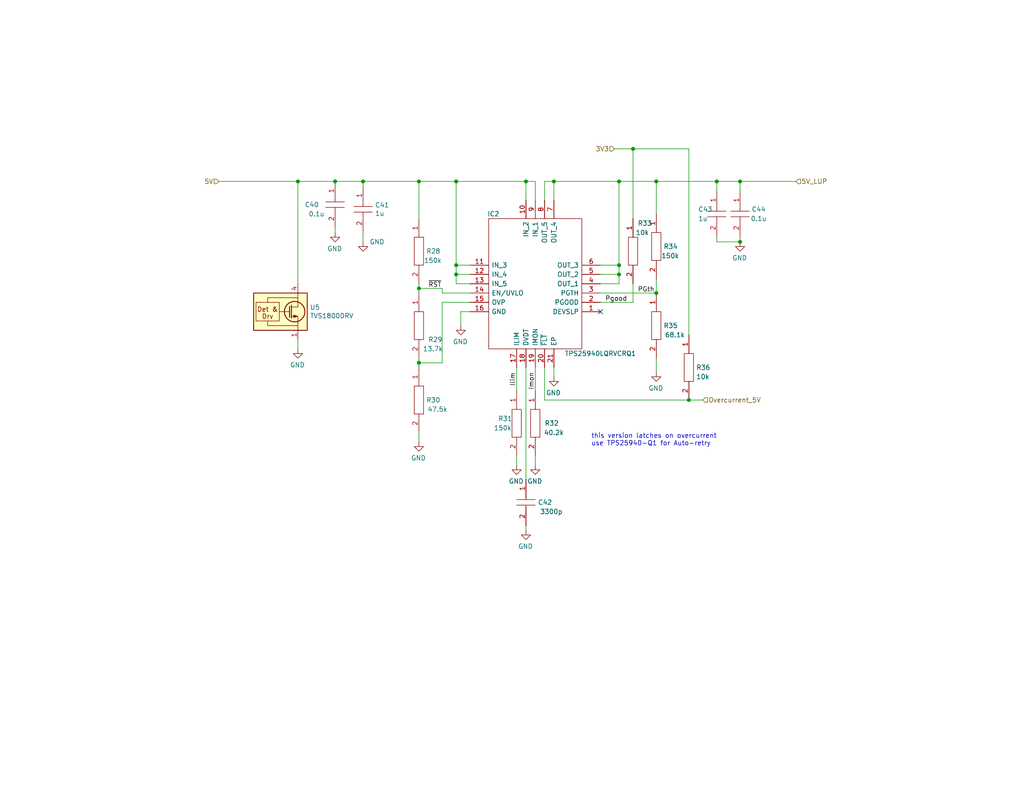
<source format=kicad_sch>
(kicad_sch (version 20211123) (generator eeschema)
  (paper "A")
  (lib_symbols
    (symbol "Power_Protection:TVS1800DRV" (pin_names (offset 0) hide)
      (property "Reference" "U" (at 2.54 1.27 0))
      (property "Value" "TVS1800DRV" (at 2.54 -1.27 0))
      (symbol "TVS1800DRV_0_0"
        (rectangle (start -11.43 2.54) (end -5.08 -2.54))
        (polyline (pts (xy 0 1.27) (xy -1.778 1.27)))
        (polyline (pts (xy -8.255 -2.54) (xy -8.255 -3.81) (xy 0 -3.81)))
        (polyline (pts (xy -8.255 2.54) (xy -8.255 3.81) (xy 0 3.81)))
        (text "Det &" (at -8.255 0.635 0) (effects (font (size 1.27 1.27))))
        (text "Drv" (at -8.255 -1.27 0) (effects (font (size 1.27 1.27))))
      )
      (symbol "TVS1800DRV_0_1"
        (rectangle (start -12.065 5.08) (end 2.54 -5.08) (stroke (width 0.254)) (fill (type background)))
        (circle (center -0.889 0) (radius 2.794) (stroke (width 0.254)))
        (polyline (pts (xy -2.286 0) (xy -5.08 0)))
        (polyline (pts (xy -2.286 1.397) (xy -2.286 -1.524)) (stroke (width 0.254)))
        (polyline (pts (xy -1.778 1.778) (xy -1.778 -1.778)) (stroke (width 0.254)))
        (polyline (pts (xy 0 -2.54) (xy 0 -5.08)))
        (polyline (pts (xy 0 2.54) (xy 0 1.27)))
        (polyline (pts (xy 0 5.08) (xy 0 2.54)))
        (polyline (pts (xy 0 -2.54) (xy 0 -1.27) (xy -1.778 -1.27)))
        (polyline (pts (xy -0.127 -1.27) (xy -1.143 -1.651) (xy -1.143 -0.889) (xy -0.127 -1.27)) (fill (type outline)))
      )
      (symbol "TVS1800DRV_1_1"
        (pin power_in line (at 0 -7.62 90) (length 2.54) (name "GND") (number "1"))
        (pin power_in line (at 0 -7.62 90) (length 2.54) hide (name "GND") (number "2"))
        (pin power_in line (at 0 -7.62 90) (length 2.54) hide (name "GND") (number "3"))
        (pin passive line (at 0 7.62 270) (length 2.54) (name "IN") (number "4"))
        (pin passive line (at 0 7.62 270) (length 2.54) hide (name "IN") (number "5"))
        (pin passive line (at 0 7.62 270) (length 2.54) hide (name "IN") (number "6"))
        (pin power_in line (at 0 -7.62 90) (length 2.54) hide (name "GND") (number "7"))
      )
    )
    (symbol "eFuse_alt_prototype-rescue:06031C104K4Z2A-SamacSys_Parts2" (pin_names (offset 0.762))
      (property "Reference" "C" (at 8.89 6.35 0))
      (property "Value" "06031C104K4Z2A-SamacSys_Parts2" (at 8.89 3.81 0))
      (symbol "06031C104K4Z2A-SamacSys_Parts2_0_0"
        (pin passive line (at 0 0 0) (length 5.08) (name "~") (number "1"))
        (pin passive line (at 12.7 0 180) (length 5.08) (name "~") (number "2"))
      )
      (symbol "06031C104K4Z2A-SamacSys_Parts2_0_1"
        (polyline (pts (xy 5.08 0) (xy 5.588 0)) (stroke (width 0.1524)))
        (polyline (pts (xy 5.588 2.54) (xy 5.588 -2.54)) (stroke (width 0.1524)))
        (polyline (pts (xy 7.112 0) (xy 7.62 0)) (stroke (width 0.1524)))
        (polyline (pts (xy 7.112 2.54) (xy 7.112 -2.54)) (stroke (width 0.1524)))
      )
    )
    (symbol "eFuse_alt_prototype-rescue:08053C105K4Z2A-SamacSys_Parts2" (pin_names (offset 0.762))
      (property "Reference" "C" (at 8.89 6.35 0))
      (property "Value" "08053C105K4Z2A-SamacSys_Parts2" (at 8.89 3.81 0))
      (symbol "08053C105K4Z2A-SamacSys_Parts2_0_0"
        (pin passive line (at 0 0 0) (length 5.08) (name "~") (number "1"))
        (pin passive line (at 12.7 0 180) (length 5.08) (name "~") (number "2"))
      )
      (symbol "08053C105K4Z2A-SamacSys_Parts2_0_1"
        (polyline (pts (xy 5.08 0) (xy 5.588 0)) (stroke (width 0.1524)))
        (polyline (pts (xy 5.588 2.54) (xy 5.588 -2.54)) (stroke (width 0.1524)))
        (polyline (pts (xy 7.112 0) (xy 7.62 0)) (stroke (width 0.1524)))
        (polyline (pts (xy 7.112 2.54) (xy 7.112 -2.54)) (stroke (width 0.1524)))
      )
    )
    (symbol "eFuse_alt_prototype-rescue:CRCW04021M00FKED-SamacSys_Parts2" (pin_names (offset 0.762))
      (property "Reference" "R" (at 13.97 6.35 0))
      (property "Value" "CRCW04021M00FKED-SamacSys_Parts2" (at 13.97 3.81 0))
      (symbol "CRCW04021M00FKED-SamacSys_Parts2_0_0"
        (pin passive line (at 0 0 0) (length 5.08) (name "~") (number "1"))
        (pin passive line (at 17.78 0 180) (length 5.08) (name "~") (number "2"))
      )
      (symbol "CRCW04021M00FKED-SamacSys_Parts2_0_1"
        (polyline (pts (xy 5.08 1.27) (xy 12.7 1.27) (xy 12.7 -1.27) (xy 5.08 -1.27) (xy 5.08 1.27)) (stroke (width 0.1524)))
      )
    )
    (symbol "eFuse_alt_prototype-rescue:GRM188R71H104KA93D-SamacSys_Parts2" (pin_names (offset 0.762))
      (property "Reference" "C" (at 8.89 6.35 0))
      (property "Value" "GRM188R71H104KA93D-SamacSys_Parts2" (at 8.89 3.81 0))
      (symbol "GRM188R71H104KA93D-SamacSys_Parts2_0_0"
        (pin passive line (at 0 0 0) (length 5.08) (name "~") (number "1"))
        (pin passive line (at 12.7 0 180) (length 5.08) (name "~") (number "2"))
      )
      (symbol "GRM188R71H104KA93D-SamacSys_Parts2_0_1"
        (polyline (pts (xy 5.08 0) (xy 5.588 0)) (stroke (width 0.1524)))
        (polyline (pts (xy 5.588 2.54) (xy 5.588 -2.54)) (stroke (width 0.1524)))
        (polyline (pts (xy 7.112 0) (xy 7.62 0)) (stroke (width 0.1524)))
        (polyline (pts (xy 7.112 2.54) (xy 7.112 -2.54)) (stroke (width 0.1524)))
      )
    )
    (symbol "eFuse_alt_prototype-rescue:TPS25940LQRVCRQ1-SamacSys_Parts2" (pin_names (offset 0.762))
      (property "Reference" "IC" (at 31.75 15.24 0))
      (property "Value" "TPS25940LQRVCRQ1-SamacSys_Parts2" (at 31.75 12.7 0))
      (symbol "TPS25940LQRVCRQ1-SamacSys_Parts2_0_0"
        (pin input line (at 0 0 0) (length 5.08) (name "DEVSLP") (number "1"))
        (pin input line (at 20.32 -30.48 90) (length 5.08) (name "IN_2") (number "10"))
        (pin input line (at 35.56 -12.7 180) (length 5.08) (name "IN_3") (number "11"))
        (pin input line (at 35.56 -10.16 180) (length 5.08) (name "IN_4") (number "12"))
        (pin input line (at 35.56 -7.62 180) (length 5.08) (name "IN_5") (number "13"))
        (pin input line (at 35.56 -5.08 180) (length 5.08) (name "EN/UVLO") (number "14"))
        (pin input line (at 35.56 -2.54 180) (length 5.08) (name "OVP") (number "15"))
        (pin power_in line (at 35.56 0 180) (length 5.08) (name "GND") (number "16"))
        (pin bidirectional line (at 22.86 15.24 270) (length 5.08) (name "ILIM") (number "17"))
        (pin bidirectional line (at 20.32 15.24 270) (length 5.08) (name "DVDT") (number "18"))
        (pin output line (at 17.78 15.24 270) (length 5.08) (name "IMON") (number "19"))
        (pin output line (at 0 -2.54 0) (length 5.08) (name "PGOOD") (number "2"))
        (pin output line (at 15.24 15.24 270) (length 5.08) (name "~{FLT}") (number "20"))
        (pin power_in line (at 12.7 15.24 270) (length 5.08) (name "EP") (number "21"))
        (pin input line (at 0 -5.08 0) (length 5.08) (name "PGTH") (number "3"))
        (pin output line (at 0 -7.62 0) (length 5.08) (name "OUT_1") (number "4"))
        (pin output line (at 0 -10.16 0) (length 5.08) (name "OUT_2") (number "5"))
        (pin output line (at 0 -12.7 0) (length 5.08) (name "OUT_3") (number "6"))
        (pin output line (at 12.7 -30.48 90) (length 5.08) (name "OUT_4") (number "7"))
        (pin output line (at 15.24 -30.48 90) (length 5.08) (name "OUT_5") (number "8"))
        (pin input line (at 17.78 -30.48 90) (length 5.08) (name "IN_1") (number "9"))
      )
      (symbol "TPS25940LQRVCRQ1-SamacSys_Parts2_0_1"
        (polyline (pts (xy 5.08 10.16) (xy 30.48 10.16) (xy 30.48 -25.4) (xy 5.08 -25.4) (xy 5.08 10.16)) (stroke (width 0.1524)))
      )
    )
    (symbol "power:GND" (power) (pin_names (offset 0))
      (property "Value" "GND" (at 0 -3.81 0))
      (symbol "GND_0_1"
        (polyline (pts (xy 0 0) (xy 0 -1.27) (xy 1.27 -1.27) (xy 0 -2.54) (xy -1.27 -1.27) (xy 0 -1.27)))
      )
      (symbol "GND_1_1"
        (pin power_in line (at 0 0 270) (length 0) hide (name "GND") (number "1"))
      )
    )
  )
  (junction (at 114.3 99.06))
  (junction (at 114.3 78.74))
  (junction (at 124.46 74.93))
  (junction (at 187.96 109.22))
  (junction (at 124.46 49.53))
  (junction (at 99.06 49.53))
  (junction (at 179.07 80.01))
  (junction (at 168.91 49.53))
  (junction (at 114.3 49.53))
  (junction (at 143.51 49.53))
  (junction (at 201.93 49.53))
  (junction (at 179.07 49.53))
  (junction (at 124.46 72.39))
  (junction (at 168.91 74.93))
  (junction (at 151.13 49.53))
  (junction (at 195.58 49.53))
  (junction (at 91.44 49.53))
  (junction (at 172.72 40.64))
  (junction (at 201.93 66.04))
  (junction (at 81.28 49.53))
  (junction (at 168.91 72.39))
  (no_connect (at 163.83 85.09))
  (wire (pts (xy 151.13 49.53) (xy 168.91 49.53)))
  (wire (pts (xy 148.59 54.61) (xy 148.59 49.53)))
  (wire (pts (xy 195.58 52.07) (xy 195.58 49.53)))
  (wire (pts (xy 201.93 52.07) (xy 201.93 49.53)))
  (wire (pts (xy 124.46 77.47) (xy 128.27 77.47)))
  (wire (pts (xy 143.51 144.78) (xy 143.51 143.51)))
  (wire (pts (xy 114.3 120.65) (xy 114.3 118.11)))
  (wire (pts (xy 140.97 127) (xy 140.97 124.46)))
  (wire (pts (xy 172.72 82.55) (xy 172.72 77.47)))
  (wire (pts (xy 128.27 72.39) (xy 124.46 72.39)))
  (wire (pts (xy 114.3 78.74) (xy 114.3 77.47)))
  (wire (pts (xy 143.51 54.61) (xy 143.51 49.53)))
  (wire (pts (xy 172.72 40.64) (xy 172.72 59.69)))
  (wire (pts (xy 168.91 74.93) (xy 168.91 77.47)))
  (wire (pts (xy 114.3 78.74) (xy 120.65 78.74)))
  (wire (pts (xy 81.28 77.47) (xy 81.28 49.53)))
  (wire (pts (xy 146.05 54.61) (xy 146.05 49.53)))
  (wire (pts (xy 128.27 85.09) (xy 125.73 85.09)))
  (wire (pts (xy 99.06 49.53) (xy 114.3 49.53)))
  (wire (pts (xy 195.58 49.53) (xy 201.93 49.53)))
  (wire (pts (xy 143.51 100.33) (xy 143.51 130.81)))
  (wire (pts (xy 120.65 82.55) (xy 128.27 82.55)))
  (wire (pts (xy 81.28 49.53) (xy 91.44 49.53)))
  (wire (pts (xy 59.69 49.53) (xy 81.28 49.53)))
  (wire (pts (xy 114.3 99.06) (xy 114.3 97.79)))
  (wire (pts (xy 124.46 72.39) (xy 124.46 74.93)))
  (wire (pts (xy 187.96 40.64) (xy 187.96 91.44)))
  (wire (pts (xy 151.13 100.33) (xy 151.13 102.87)))
  (wire (pts (xy 114.3 99.06) (xy 120.65 99.06)))
  (wire (pts (xy 114.3 100.33) (xy 114.3 99.06)))
  (wire (pts (xy 81.28 95.25) (xy 81.28 92.71)))
  (wire (pts (xy 146.05 49.53) (xy 143.51 49.53)))
  (wire (pts (xy 172.72 40.64) (xy 187.96 40.64)))
  (wire (pts (xy 179.07 76.2) (xy 179.07 80.01)))
  (wire (pts (xy 124.46 72.39) (xy 124.46 49.53)))
  (wire (pts (xy 143.51 49.53) (xy 124.46 49.53)))
  (wire (pts (xy 195.58 66.04) (xy 201.93 66.04)))
  (wire (pts (xy 148.59 49.53) (xy 151.13 49.53)))
  (wire (pts (xy 124.46 49.53) (xy 114.3 49.53)))
  (wire (pts (xy 163.83 74.93) (xy 168.91 74.93)))
  (wire (pts (xy 120.65 78.74) (xy 120.65 80.01)))
  (wire (pts (xy 114.3 80.01) (xy 114.3 78.74)))
  (wire (pts (xy 99.06 66.04) (xy 99.06 63.5)))
  (wire (pts (xy 201.93 49.53) (xy 217.17 49.53)))
  (wire (pts (xy 146.05 127) (xy 146.05 124.46)))
  (wire (pts (xy 168.91 72.39) (xy 168.91 49.53)))
  (wire (pts (xy 124.46 74.93) (xy 124.46 77.47)))
  (wire (pts (xy 120.65 99.06) (xy 120.65 82.55)))
  (wire (pts (xy 140.97 100.33) (xy 140.97 106.68)))
  (wire (pts (xy 120.65 80.01) (xy 128.27 80.01)))
  (wire (pts (xy 167.64 40.64) (xy 172.72 40.64)))
  (wire (pts (xy 128.27 74.93) (xy 124.46 74.93)))
  (wire (pts (xy 195.58 66.04) (xy 195.58 64.77)))
  (wire (pts (xy 148.59 109.22) (xy 187.96 109.22)))
  (wire (pts (xy 114.3 59.69) (xy 114.3 49.53)))
  (wire (pts (xy 179.07 101.6) (xy 179.07 97.79)))
  (wire (pts (xy 179.07 49.53) (xy 195.58 49.53)))
  (wire (pts (xy 99.06 50.8) (xy 99.06 49.53)))
  (wire (pts (xy 163.83 82.55) (xy 172.72 82.55)))
  (wire (pts (xy 187.96 109.22) (xy 191.77 109.22)))
  (wire (pts (xy 125.73 85.09) (xy 125.73 88.9)))
  (wire (pts (xy 163.83 80.01) (xy 179.07 80.01)))
  (wire (pts (xy 168.91 72.39) (xy 168.91 74.93)))
  (wire (pts (xy 91.44 49.53) (xy 99.06 49.53)))
  (wire (pts (xy 146.05 100.33) (xy 146.05 106.68)))
  (wire (pts (xy 179.07 58.42) (xy 179.07 49.53)))
  (wire (pts (xy 148.59 100.33) (xy 148.59 109.22)))
  (wire (pts (xy 163.83 72.39) (xy 168.91 72.39)))
  (wire (pts (xy 201.93 66.04) (xy 201.93 64.77)))
  (wire (pts (xy 151.13 54.61) (xy 151.13 49.53)))
  (wire (pts (xy 168.91 49.53) (xy 179.07 49.53)))
  (wire (pts (xy 163.83 77.47) (xy 168.91 77.47)))
  (wire (pts (xy 91.44 63.5) (xy 91.44 62.23)))
  (text "this version latches on overcurrent\nuse TPS25940-Q1 for Auto-retry" (at 161.29 121.92 0) (effects (font (size 1.27 1.27)) (justify left bottom)))
  (label "Pgood" (at 165.1 82.55 0))
  (label "~{RST}" (at 116.84 78.74 0))
  (label "PGth" (at 173.99 80.01 0))
  (label "Imon" (at 146.05 101.6 270))
  (label "Ilim" (at 140.97 105.41 90))
  (hierarchical_label "Overcurrent_5V" (shape input) (at 191.77 109.22 0))
  (hierarchical_label "3V3" (shape input) (at 167.64 40.64 180))
  (hierarchical_label "5V_LUP" (shape input) (at 217.17 49.53 0))
  (hierarchical_label "5V" (shape input) (at 59.69 49.53 180))
  (symbol (lib_id "power:GND") (at 114.3 120.65 0) (mirror y) (unit 1)
    (property "Reference" "#PWR064" (effects hide))
    (property "Value" "GND" (at 114.173 125.0442 0))
  )
  (symbol (lib_id "power:GND") (at 143.51 144.78 0) (mirror y) (unit 1)
    (property "Reference" "#PWR067" (effects hide))
    (property "Value" "GND" (at 143.383 149.1742 0))
  )
  (symbol (lib_id "eFuse_alt_prototype-rescue:CRCW04021M00FKED-SamacSys_Parts2") (at 172.72 59.69 90) (mirror x) (unit 1)
    (property "Reference" "R33" (at 173.99 60.96 90) (effects (justify right)))
    (property "Value" "10k" (at 175.26 63.5 90))
    (property "Datasheet" "http://www.vishay.com/docs/20035/dcrcwe3.pdf" (effects hide))
    (property "Description" "CRCW0402 Resistor T/R 0.063W,1%,1M Vishay CRCW Series Thick Film Surface Mount Resistor 0402 Case 1M?? ??1% 0.063W ??100ppm/??C" (effects hide))
    (property "Height" "0.4" (effects hide))
    (property "Manufacturer_Name" "Vishay" (effects hide))
    (property "Manufacturer_Part_Number" "CRCW040210K0DHEDP" (effects hide))
    (property "MPN" "CRCW040210K0DHEDP" (effects hide))
    (property "Manufacturer" "Vishay" (effects hide))
    (property "Part_Number" "CRCW040210K0DHEDP" (effects hide))
  )
  (symbol (lib_id "eFuse_alt_prototype-rescue:TPS25940LQRVCRQ1-SamacSys_Parts2") (at 163.83 85.09 180) (unit 1)
    (property "Reference" "IC2" (at 134.62 58.42 0))
    (property "Value" "TPS25940LQRVCRQ1" (at 163.83 96.52 0))
    (property "Datasheet" "http://www.ti.com/lit/gpn/tps25940-q1" (effects hide))
    (property "Description" "2.7V-18V Automotive Current-Limited Load Switch with Current Sense & Short-to-Battery Protection" (effects hide))
    (property "Height" "0.8" (effects hide))
    (property "Manufacturer_Name" "Texas Instruments" (effects hide))
    (property "Manufacturer_Part_Number" "TPS25940LQRVCRQ1" (effects hide))
    (property "Mouser Part Number" "595-TPS25940LQRVCRQ1" (effects hide))
    (property "Mouser Price/Stock" "https://www.mouser.co.uk/ProductDetail/Texas-Instruments/TPS25940LQRVCRQ1?qs=gTYE2QTfZfTg52QqB4aM7Q%3D%3D" (effects hide))
    (property "Arrow Part Number" "TPS25940LQRVCRQ1" (effects hide))
    (property "Arrow Price/Stock" "https://www.arrow.com/en/products/tps25940lqrvcrq1/texas-instruments" (effects hide))
    (property "MPN" "TPS25940LQRVCRQ1" (effects hide))
    (property "Manufacturer" "Texas Instruments" (effects hide))
    (property "Part_Number" "TPS25940LQRVCRQ1" (effects hide))
  )
  (symbol (lib_id "power:GND") (at 146.05 127 0) (mirror y) (unit 1)
    (property "Reference" "#PWR068" (effects hide))
    (property "Value" "GND" (at 145.923 131.3942 0))
  )
  (symbol (lib_id "power:GND") (at 99.06 66.04 0) (mirror y) (unit 1)
    (property "Reference" "#PWR063" (effects hide))
    (property "Value" "GND" (at 102.87 66.04 0))
  )
  (symbol (lib_id "power:GND") (at 91.44 63.5 0) (mirror y) (unit 1)
    (property "Reference" "#PWR062" (effects hide))
    (property "Value" "GND" (at 91.313 67.8942 0))
  )
  (symbol (lib_id "power:GND") (at 125.73 88.9 0) (mirror y) (unit 1)
    (property "Reference" "#PWR065" (effects hide))
    (property "Value" "GND" (at 125.603 93.2942 0))
  )
  (symbol (lib_id "power:GND") (at 179.07 101.6 0) (mirror y) (unit 1)
    (property "Reference" "#PWR070" (effects hide))
    (property "Value" "GND" (at 178.943 105.9942 0))
  )
  (symbol (lib_id "eFuse_alt_prototype-rescue:CRCW04021M00FKED-SamacSys_Parts2") (at 179.07 58.42 90) (mirror x) (unit 1)
    (property "Reference" "R34" (at 181.0512 67.31 90) (effects (justify right)))
    (property "Value" "150k" (at 182.88 69.85 90))
    (property "Datasheet" "http://www.vishay.com/docs/20035/dcrcwe3.pdf" (effects hide))
    (property "Description" "CRCW0402 Resistor T/R 0.063W,1%,1M Vishay CRCW Series Thick Film Surface Mount Resistor 0402 Case 1M?? ??1% 0.063W ??100ppm/??C" (effects hide))
    (property "Height" "0.4" (effects hide))
    (property "Manufacturer_Name" "Vishay" (effects hide))
    (property "Manufacturer_Part_Number" "CRCW0402150KFKTD" (effects hide))
    (property "MPN" "CRCW0402150KFKTD" (effects hide))
    (property "Manufacturer" "Vishay" (effects hide))
    (property "Part_Number" "CRCW0402150KFKTD" (effects hide))
  )
  (symbol (lib_id "eFuse_alt_prototype-rescue:GRM188R71H104KA93D-SamacSys_Parts2") (at 143.51 130.81 270) (unit 1)
    (property "Reference" "C42" (at 146.7612 137.16 90) (effects (justify left)))
    (property "Value" "3300p" (at 147.32 139.7 90) (effects (justify left)))
    (property "Description" "Ceramic  SMT capacitor 100nF 50Vdc Murata 0603 GRM 100nF Ceramic Multilayer Capacitor, 50 V dc, +125?C, X7R Dielectric, ?10%" (effects hide))
    (property "Height" "0.9" (effects hide))
    (property "Manufacturer_Name" "AVX" (effects hide))
    (property "Manufacturer_Part_Number" "06031C332J4Z2A" (effects hide))
    (property "MPN" "06031C332J4Z2A" (effects hide))
    (property "Manufacturer" "AVX" (effects hide))
    (property "Part_Number" "06031C332J4Z2A" (effects hide))
  )
  (symbol (lib_id "eFuse_alt_prototype-rescue:06031C104K4Z2A-SamacSys_Parts2") (at 91.44 49.53 270) (unit 1)
    (property "Reference" "C40" (at 85.09 55.88 90))
    (property "Value" "0.1u" (at 86.36 58.42 90))
    (property "Footprint" "Capacitor_SMD:C_0603_1608Metric" (effects hide))
    (property "Datasheet" "${KIPRJMOD}/Datasheets/KyoceraAVX_AutoMLCC.pdf" (effects hide))
    (property "Description" "Multilayer Ceramic Capacitors MLCC - SMD/SMT 100V .1uF X7R 0603 10% AEC-Q200 Flex" (effects hide))
    (property "Height" "0.9" (effects hide))
    (property "Manufacturer_Name" "AVX" (effects hide))
    (property "Manufacturer_Part_Number" "06031C104K4Z2A" (effects hide))
    (property "Mouser Part Number" "581-06031C104K4Z2A" (effects hide))
    (property "Mouser Price/Stock" "https://www.mouser.co.uk/ProductDetail/AVX/06031C104K4Z2A?qs=rI7uf1IzohSnOGTrilMFWw%3D%3D" (effects hide))
    (property "Arrow Part Number" "06031C104K4Z2A" (effects hide))
    (property "Arrow Price/Stock" "https://www.arrow.com/en/products/06031c104k4z2a/avx" (effects hide))
    (property "MPN" "06031C104K4Z2A" (effects hide))
    (property "Manufacturer" "AVX" (effects hide))
    (property "Part_Number" "06031C104K4Z2A" (effects hide))
  )
  (symbol (lib_id "eFuse_alt_prototype-rescue:08053C105K4Z2A-SamacSys_Parts2") (at 195.58 52.07 270) (unit 1)
    (property "Reference" "C43" (at 190.5 57.15 90) (effects (justify left)))
    (property "Value" "1u" (at 190.5 59.69 90) (effects (justify left)))
    (property "Datasheet" "https://componentsearchengine.com/Datasheets/2/08053C105K4Z2A.pdf" (effects hide))
    (property "Description" "AVX - 08053C105K4Z2A - CAP, MLCC, X7R, 1UF, 25V, 0805" (effects hide))
    (property "Height" "1.4" (effects hide))
    (property "Manufacturer_Name" "AVX" (effects hide))
    (property "Manufacturer_Part_Number" "08053C105K4Z2A" (effects hide))
    (property "Mouser Part Number" "581-08053C105K4Z2A" (effects hide))
    (property "Mouser Price/Stock" "https://www.mouser.co.uk/ProductDetail/AVX/08053C105K4Z2A?qs=jLe8BloMOxGHvOhVvSiRtg%3D%3D" (effects hide))
    (property "Arrow Part Number" "08053C105K4Z2A" (effects hide))
    (property "Arrow Price/Stock" "https://www.arrow.com/en/products/08053c105k4z2a/avx?region=nac" (effects hide))
    (property "MPN" "08053C105K4Z2A" (effects hide))
    (property "Manufacturer" "AVX" (effects hide))
    (property "Part_Number" "08053C105K4Z2A" (effects hide))
  )
  (symbol (lib_id "eFuse_alt_prototype-rescue:CRCW04021M00FKED-SamacSys_Parts2") (at 179.07 80.01 90) (mirror x) (unit 1)
    (property "Reference" "R35" (at 181.0512 88.9 90) (effects (justify right)))
    (property "Value" "68.1k" (at 184.15 91.44 90))
    (property "Datasheet" "http://www.vishay.com/docs/20035/dcrcwe3.pdf" (effects hide))
    (property "Description" "CRCW0402 Resistor T/R 0.063W,1%,1M Vishay CRCW Series Thick Film Surface Mount Resistor 0402 Case 1M?? ??1% 0.063W ??100ppm/??C" (effects hide))
    (property "Height" "0.4" (effects hide))
    (property "Manufacturer_Name" "Vishay" (effects hide))
    (property "Manufacturer_Part_Number" "CRCW040268K1FKTD" (effects hide))
    (property "MPN" "CRCW040268K1FKTD" (effects hide))
    (property "Manufacturer" "Vishay" (effects hide))
    (property "Part_Number" "CRCW040268K1FKTD" (effects hide))
  )
  (symbol (lib_id "power:GND") (at 201.93 66.04 0) (mirror y) (unit 1)
    (property "Reference" "#PWR071" (effects hide))
    (property "Value" "GND" (at 201.803 70.4342 0))
  )
  (symbol (lib_id "eFuse_alt_prototype-rescue:CRCW04021M00FKED-SamacSys_Parts2") (at 114.3 80.01 90) (mirror x) (unit 1)
    (property "Reference" "R29" (at 116.84 92.71 90) (effects (justify right)))
    (property "Value" "13.7k" (at 118.11 95.25 90))
    (property "Datasheet" "http://www.vishay.com/docs/20035/dcrcwe3.pdf" (effects hide))
    (property "Description" "CRCW0402 Resistor T/R 0.063W,1%,1M Vishay CRCW Series Thick Film Surface Mount Resistor 0402 Case 1M?? ??1% 0.063W ??100ppm/??C" (effects hide))
    (property "Height" "0.4" (effects hide))
    (property "Manufacturer_Name" "Vishay" (effects hide))
    (property "Manufacturer_Part_Number" "CRCW040213K7FKED" (effects hide))
    (property "MPN" "CRCW040213K7FKED" (effects hide))
    (property "Manufacturer" "Vishay" (effects hide))
    (property "Part_Number" "CRCW040213K7FKED" (effects hide))
  )
  (symbol (lib_id "eFuse_alt_prototype-rescue:06031C104K4Z2A-SamacSys_Parts2") (at 201.93 52.07 270) (unit 1)
    (property "Reference" "C44" (at 207.01 57.15 90))
    (property "Value" "0.1u" (at 207.01 59.69 90))
    (property "Footprint" "Capacitor_SMD:C_0603_1608Metric" (effects hide))
    (property "Datasheet" "${KIPRJMOD}/Datasheets/KyoceraAVX_AutoMLCC.pdf" (effects hide))
    (property "Description" "Multilayer Ceramic Capacitors MLCC - SMD/SMT 100V .1uF X7R 0603 10% AEC-Q200 Flex" (effects hide))
    (property "Height" "0.9" (effects hide))
    (property "Manufacturer_Name" "AVX" (effects hide))
    (property "Manufacturer_Part_Number" "06031C104K4Z2A" (effects hide))
    (property "Mouser Part Number" "581-06031C104K4Z2A" (effects hide))
    (property "Mouser Price/Stock" "https://www.mouser.co.uk/ProductDetail/AVX/06031C104K4Z2A?qs=rI7uf1IzohSnOGTrilMFWw%3D%3D" (effects hide))
    (property "Arrow Part Number" "06031C104K4Z2A" (effects hide))
    (property "Arrow Price/Stock" "https://www.arrow.com/en/products/06031c104k4z2a/avx" (effects hide))
    (property "MPN" "06031C104K4Z2A" (effects hide))
    (property "Manufacturer" "AVX" (effects hide))
    (property "Part_Number" "06031C104K4Z2A" (effects hide))
  )
  (symbol (lib_id "eFuse_alt_prototype-rescue:CRCW04021M00FKED-SamacSys_Parts2") (at 187.96 91.44 90) (mirror x) (unit 1)
    (property "Reference" "R36" (at 189.9412 100.33 90) (effects (justify right)))
    (property "Value" "10k" (at 191.77 102.87 90))
    (property "Datasheet" "http://www.vishay.com/docs/20035/dcrcwe3.pdf" (effects hide))
    (property "Description" "CRCW0402 Resistor T/R 0.063W,1%,1M Vishay CRCW Series Thick Film Surface Mount Resistor 0402 Case 1M?? ??1% 0.063W ??100ppm/??C" (effects hide))
    (property "Height" "0.4" (effects hide))
    (property "Manufacturer_Name" "Vishay" (effects hide))
    (property "Manufacturer_Part_Number" "CRCW040210K0DHEDP" (effects hide))
    (property "MPN" "CRCW040210K0DHEDP" (effects hide))
    (property "Manufacturer" "Vishay" (effects hide))
    (property "Part_Number" "CRCW040210K0DHEDP" (effects hide))
  )
  (symbol (lib_id "eFuse_alt_prototype-rescue:CRCW04021M00FKED-SamacSys_Parts2") (at 114.3 100.33 90) (mirror x) (unit 1)
    (property "Reference" "R30" (at 116.2812 109.22 90) (effects (justify right)))
    (property "Value" "47.5k" (at 119.38 111.76 90))
    (property "Datasheet" "http://www.vishay.com/docs/20035/dcrcwe3.pdf" (effects hide))
    (property "Description" "CRCW0402 Resistor T/R 0.063W,1%,1M Vishay CRCW Series Thick Film Surface Mount Resistor 0402 Case 1M?? ??1% 0.063W ??100ppm/??C" (effects hide))
    (property "Height" "0.4" (effects hide))
    (property "Manufacturer_Name" "Vishay" (effects hide))
    (property "Manufacturer_Part_Number" "CRCW040247K5FKTD" (effects hide))
    (property "MPN" "CRCW040247K5FKTD" (effects hide))
    (property "Manufacturer" "Vishay" (effects hide))
    (property "Part_Number" "CRCW040247K5FKTD" (effects hide))
  )
  (symbol (lib_id "power:GND") (at 81.28 95.25 0) (mirror y) (unit 1)
    (property "Reference" "#PWR061" (effects hide))
    (property "Value" "GND" (at 81.153 99.6442 0))
  )
  (symbol (lib_id "Power_Protection:TVS1800DRV") (at 81.28 85.09 0) (unit 1)
    (property "Reference" "U5" (at 84.5566 83.9216 0) (effects (justify left)))
    (property "Value" "TVS1800DRV" (at 84.5566 86.233 0) (effects (justify left)))
    (property "Datasheet" "http://www.ti.com/lit/ds/symlink/tvs1800.pdf" (effects hide))
  )
  (symbol (lib_id "eFuse_alt_prototype-rescue:08053C105K4Z2A-SamacSys_Parts2") (at 99.06 50.8 270) (unit 1)
    (property "Reference" "C41" (at 102.3112 55.9816 90) (effects (justify left)))
    (property "Value" "1u" (at 102.3112 58.293 90) (effects (justify left)))
    (property "Datasheet" "https://componentsearchengine.com/Datasheets/2/08053C105K4Z2A.pdf" (effects hide))
    (property "Description" "AVX - 08053C105K4Z2A - CAP, MLCC, X7R, 1UF, 25V, 0805" (effects hide))
    (property "Height" "1.4" (effects hide))
    (property "Manufacturer_Name" "AVX" (effects hide))
    (property "Manufacturer_Part_Number" "08053C105K4Z2A" (effects hide))
    (property "Mouser Part Number" "581-08053C105K4Z2A" (effects hide))
    (property "Mouser Price/Stock" "https://www.mouser.co.uk/ProductDetail/AVX/08053C105K4Z2A?qs=jLe8BloMOxGHvOhVvSiRtg%3D%3D" (effects hide))
    (property "Arrow Part Number" "08053C105K4Z2A" (effects hide))
    (property "Arrow Price/Stock" "https://www.arrow.com/en/products/08053c105k4z2a/avx?region=nac" (effects hide))
    (property "MPN" "08053C105K4Z2A" (effects hide))
    (property "Manufacturer" "AVX" (effects hide))
    (property "Part_Number" "08053C105K4Z2A" (effects hide))
  )
  (symbol (lib_id "power:GND") (at 140.97 127 0) (mirror y) (unit 1)
    (property "Reference" "#PWR066" (effects hide))
    (property "Value" "GND" (at 140.843 131.3942 0))
  )
  (symbol (lib_id "eFuse_alt_prototype-rescue:CRCW04021M00FKED-SamacSys_Parts2") (at 146.05 106.68 90) (mirror x) (unit 1)
    (property "Reference" "R32" (at 148.59 115.57 90) (effects (justify right)))
    (property "Value" "40.2k" (at 151.13 118.11 90))
    (property "Datasheet" "http://www.vishay.com/docs/20035/dcrcwe3.pdf" (effects hide))
    (property "Description" "CRCW0402 Resistor T/R 0.063W,1%,1M Vishay CRCW Series Thick Film Surface Mount Resistor 0402 Case 1M?? ??1% 0.063W ??100ppm/??C" (effects hide))
    (property "Height" "0.4" (effects hide))
    (property "Manufacturer_Name" "Vishay" (effects hide))
    (property "Manufacturer_Part_Number" "CRCW040240K2FKED" (effects hide))
    (property "MPN" "CRCW040240K2FKED" (effects hide))
    (property "Manufacturer" "Vishay" (effects hide))
    (property "Part_Number" "CRCW040240K2FKED" (effects hide))
  )
  (symbol (lib_id "power:GND") (at 151.13 102.87 0) (mirror y) (unit 1)
    (property "Reference" "#PWR069" (effects hide))
    (property "Value" "GND" (at 151.003 107.2642 0))
  )
  (symbol (lib_id "eFuse_alt_prototype-rescue:CRCW04021M00FKED-SamacSys_Parts2") (at 140.97 106.68 90) (mirror x) (unit 1)
    (property "Reference" "R31" (at 135.89 114.3 90) (effects (justify right)))
    (property "Value" "150k" (at 137.16 116.84 90))
    (property "Datasheet" "http://www.vishay.com/docs/20035/dcrcwe3.pdf" (effects hide))
    (property "Description" "CRCW0402 Resistor T/R 0.063W,1%,1M Vishay CRCW Series Thick Film Surface Mount Resistor 0402 Case 1M?? ??1% 0.063W ??100ppm/??C" (effects hide))
    (property "Height" "0.4" (effects hide))
    (property "Manufacturer_Name" "Vishay" (effects hide))
    (property "Manufacturer_Part_Number" "CRCW0402150KFKTD" (effects hide))
    (property "MPN" "CRCW0402150KFKTD" (effects hide))
    (property "Manufacturer" "Vishay" (effects hide))
    (property "Part_Number" "CRCW0402150KFKTD" (effects hide))
  )
  (symbol (lib_id "eFuse_alt_prototype-rescue:CRCW04021M00FKED-SamacSys_Parts2") (at 114.3 59.69 90) (mirror x) (unit 1)
    (property "Reference" "R28" (at 116.2812 68.58 90) (effects (justify right)))
    (property "Value" "150k" (at 118.11 71.12 90))
    (property "Datasheet" "http://www.vishay.com/docs/20035/dcrcwe3.pdf" (effects hide))
    (property "Description" "CRCW0402 Resistor T/R 0.063W,1%,1M Vishay CRCW Series Thick Film Surface Mount Resistor 0402 Case 1M?? ??1% 0.063W ??100ppm/??C" (effects hide))
    (property "Height" "0.4" (effects hide))
    (property "Manufacturer_Name" "Vishay" (effects hide))
    (property "Manufacturer_Part_Number" "CRCW0402150KFKTD" (effects hide))
    (property "MPN" "CRCW0402150KFKTD" (effects hide))
    (property "Manufacturer" "Vishay" (effects hide))
    (property "Part_Number" "CRCW0402150KFKTD" (effects hide))
  )
)
</source>
